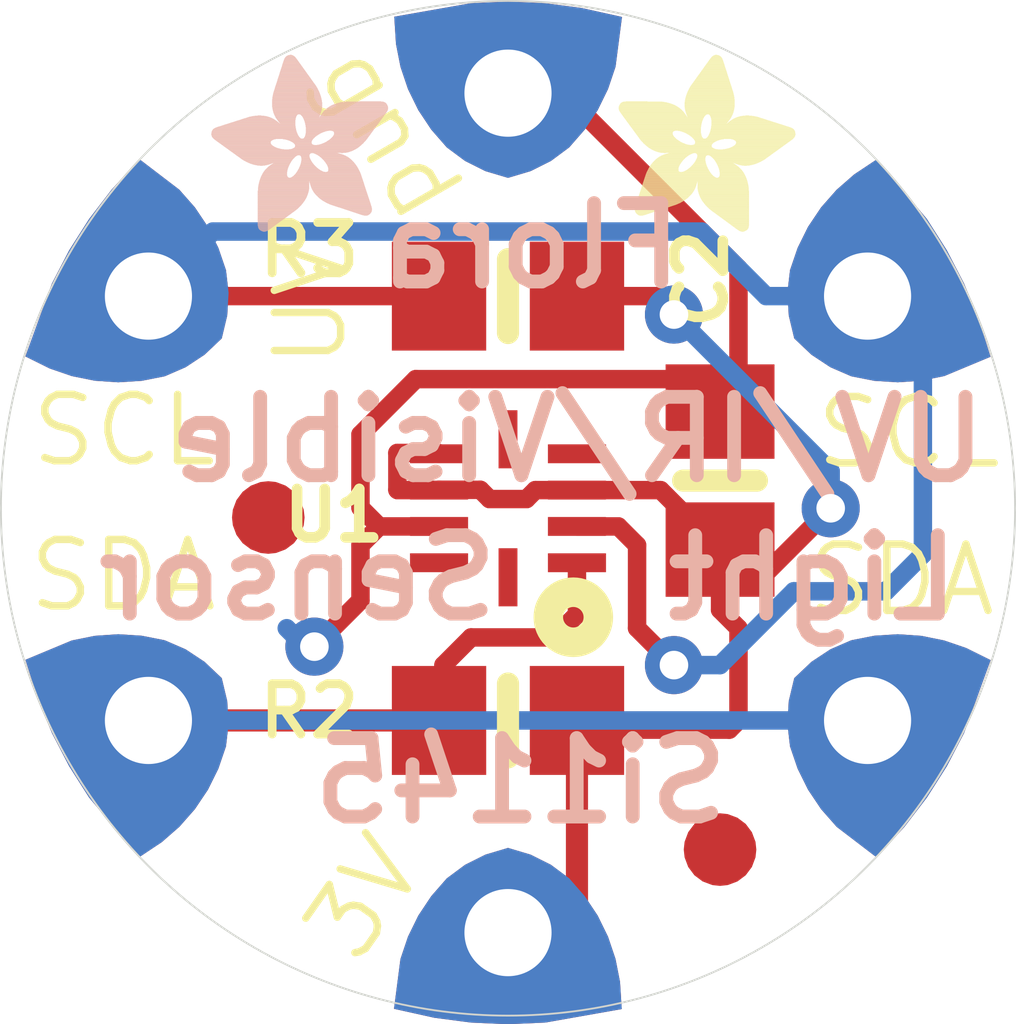
<source format=kicad_pcb>
(kicad_pcb (version 20211014) (generator pcbnew)
  (layers (0 "F.Cu" signal) (31 "B.Cu" signal) (34 "B.Paste" user) (35 "F.Paste" user) (36 "B.SilkS" user "B.Silkscreen") (37 "F.SilkS" user "F.Silkscreen") (38 "B.Mask" user) (39 "F.Mask" user) (44 "Edge.Cuts" user))
  (net 0 "")
  (net 1 "GND")
  (net 2 "3.3V")
  (net 3 "SDA")
  (net 4 "SCL")
  (footprint "boardEagle:SEWINGTAP_0.5" (layer "F.Cu") (at 148.5011 110.8456 180)
    (fp_text reference "VCC0" hide)
    (fp_text value "SEWTAP0.5IN" hide)
    (fp_poly (pts (xy 0.510656 -1.238743) (xy 1.017424 -1.172026) (xy 1.570433 -1.049427) (xy 1.481621 -0.363766) (xy 1.377917 -0.056151) (xy 1.23587 0.233416) (xy 1.057243 0.501965) (xy 0.843327 0.746924) (xy 0.591455 0.933744) (xy 0.312122 1.07341) (xy 0 1.16625) (xy -0.312122 1.07341) (xy -0.591455 0.933744) (xy -0.843327 0.746924) (xy -1.057243 0.501967) (xy -1.235871 0.233417) (xy -1.377917 -0.056152) (xy -1.480952 -0.361783) (xy -1.543214 -0.678249) (xy -1.566969 -1.052671) (xy -0.512044 -1.238682) (xy 0 -1.261038)) (layer "F.Cu") (width 0) (fill solid))
    (fp_poly (pts (xy 0.510656 -1.238743) (xy 1.017424 -1.172026) (xy 1.570433 -1.049427) (xy 1.481621 -0.363766) (xy 1.377917 -0.056151) (xy 1.23587 0.233416) (xy 1.057243 0.501965) (xy 0.843327 0.746924) (xy 0.591455 0.933744) (xy 0.312122 1.07341) (xy 0 1.16625) (xy -0.312122 1.07341) (xy -0.591455 0.933744) (xy -0.843327 0.746924) (xy -1.057243 0.501967) (xy -1.235871 0.233417) (xy -1.377917 -0.056152) (xy -1.480952 -0.361783) (xy -1.543214 -0.678249) (xy -1.566969 -1.052671) (xy -0.512044 -1.238682) (xy 0 -1.261038)) (layer "B.Cu") (width 0) (fill solid))
    (pad "TAP" thru_hole circle (at 0 0 180) (size 2.1844 2.1844) (drill 1.2) (layers *.Cu *.Mask) (net 2 "3.3V"))
  )
  (footprint "boardEagle:ADAFRUIT_2.5MM" (layer "F.Cu") (at 150.0251 101.1936)
    (fp_text reference "U$4" hide)
    (fp_text value "" hide)
  )
  (footprint "boardEagle:SEWINGTAP_0.5" (layer "F.Cu") (at 153.4541 102.0826 -60)
    (fp_text reference "SCL1" hide)
    (fp_text value "SEWTAP0.5IN" hide)
    (fp_poly (pts (xy 0.510656 -1.238743) (xy 1.017424 -1.172026) (xy 1.570433 -1.049427) (xy 1.481621 -0.363766) (xy 1.377917 -0.056151) (xy 1.23587 0.233416) (xy 1.057243 0.501965) (xy 0.843327 0.746924) (xy 0.591455 0.933744) (xy 0.312122 1.07341) (xy 0 1.16625) (xy -0.312122 1.07341) (xy -0.591455 0.933744) (xy -0.843327 0.746924) (xy -1.057243 0.501967) (xy -1.235871 0.233417) (xy -1.377917 -0.056152) (xy -1.480952 -0.361783) (xy -1.543214 -0.678249) (xy -1.566969 -1.052671) (xy -0.512044 -1.238682) (xy 0 -1.261038)) (layer "F.Cu") (width 0) (fill solid))
    (fp_poly (pts (xy 0.510656 -1.238743) (xy 1.017424 -1.172026) (xy 1.570433 -1.049427) (xy 1.481621 -0.363766) (xy 1.377917 -0.056151) (xy 1.23587 0.233416) (xy 1.057243 0.501965) (xy 0.843327 0.746924) (xy 0.591455 0.933744) (xy 0.312122 1.07341) (xy 0 1.16625) (xy -0.312122 1.07341) (xy -0.591455 0.933744) (xy -0.843327 0.746924) (xy -1.057243 0.501967) (xy -1.235871 0.233417) (xy -1.377917 -0.056152) (xy -1.480952 -0.361783) (xy -1.543214 -0.678249) (xy -1.566969 -1.052671) (xy -0.512044 -1.238682) (xy 0 -1.261038)) (layer "B.Cu") (width 0) (fill solid))
    (pad "TAP" thru_hole circle (at 0 0 300) (size 2.1844 2.1844) (drill 1.2) (layers *.Cu *.Mask) (net 4 "SCL"))
  )
  (footprint "boardEagle:SEWINGTAP_0.5" (layer "F.Cu") (at 148.5011 99.2886)
    (fp_text reference "GND0" hide)
    (fp_text value "SEWTAP0.5IN" hide)
    (fp_poly (pts (xy 0.510656 -1.238743) (xy 1.017424 -1.172026) (xy 1.570433 -1.049427) (xy 1.481621 -0.363766) (xy 1.377917 -0.056151) (xy 1.23587 0.233416) (xy 1.057243 0.501965) (xy 0.843327 0.746924) (xy 0.591455 0.933744) (xy 0.312122 1.07341) (xy 0 1.16625) (xy -0.312122 1.07341) (xy -0.591455 0.933744) (xy -0.843327 0.746924) (xy -1.057243 0.501967) (xy -1.235871 0.233417) (xy -1.377917 -0.056152) (xy -1.480952 -0.361783) (xy -1.543214 -0.678249) (xy -1.566969 -1.052671) (xy -0.512044 -1.238682) (xy 0 -1.261038)) (layer "F.Cu") (width 0) (fill solid))
    (fp_poly (pts (xy 0.510656 -1.238743) (xy 1.017424 -1.172026) (xy 1.570433 -1.049427) (xy 1.481621 -0.363766) (xy 1.377917 -0.056151) (xy 1.23587 0.233416) (xy 1.057243 0.501965) (xy 0.843327 0.746924) (xy 0.591455 0.933744) (xy 0.312122 1.07341) (xy 0 1.16625) (xy -0.312122 1.07341) (xy -0.591455 0.933744) (xy -0.843327 0.746924) (xy -1.057243 0.501967) (xy -1.235871 0.233417) (xy -1.377917 -0.056152) (xy -1.480952 -0.361783) (xy -1.543214 -0.678249) (xy -1.566969 -1.052671) (xy -0.512044 -1.238682) (xy 0 -1.261038)) (layer "B.Cu") (width 0) (fill solid))
    (pad "TAP" thru_hole circle (at 0 0) (size 2.1844 2.1844) (drill 1.2) (layers *.Cu *.Mask) (net 1 "GND"))
  )
  (footprint "boardEagle:SEWINGTAP_0.5" (layer "F.Cu") (at 143.5481 102.0826 60)
    (fp_text reference "SCL2" hide)
    (fp_text value "SEWTAP0.5IN" hide)
    (fp_poly (pts (xy 0.510656 -1.238743) (xy 1.017424 -1.172026) (xy 1.570433 -1.049427) (xy 1.481621 -0.363766) (xy 1.377917 -0.056151) (xy 1.23587 0.233416) (xy 1.057243 0.501965) (xy 0.843327 0.746924) (xy 0.591455 0.933744) (xy 0.312122 1.07341) (xy 0 1.16625) (xy -0.312122 1.07341) (xy -0.591455 0.933744) (xy -0.843327 0.746924) (xy -1.057243 0.501967) (xy -1.235871 0.233417) (xy -1.377917 -0.056152) (xy -1.480952 -0.361783) (xy -1.543214 -0.678249) (xy -1.566969 -1.052671) (xy -0.512044 -1.238682) (xy 0 -1.261038)) (layer "F.Cu") (width 0) (fill solid))
    (fp_poly (pts (xy 0.510656 -1.238743) (xy 1.017424 -1.172026) (xy 1.570433 -1.049427) (xy 1.481621 -0.363766) (xy 1.377917 -0.056151) (xy 1.23587 0.233416) (xy 1.057243 0.501965) (xy 0.843327 0.746924) (xy 0.591455 0.933744) (xy 0.312122 1.07341) (xy 0 1.16625) (xy -0.312122 1.07341) (xy -0.591455 0.933744) (xy -0.843327 0.746924) (xy -1.057243 0.501967) (xy -1.235871 0.233417) (xy -1.377917 -0.056152) (xy -1.480952 -0.361783) (xy -1.543214 -0.678249) (xy -1.566969 -1.052671) (xy -0.512044 -1.238682) (xy 0 -1.261038)) (layer "B.Cu") (width 0) (fill solid))
    (pad "TAP" thru_hole circle (at 0 0 60) (size 2.1844 2.1844) (drill 1.2) (layers *.Cu *.Mask) (net 4 "SCL"))
  )
  (footprint "boardEagle:SEWINGTAP_0.5" (layer "F.Cu") (at 153.4541 107.9246 -120)
    (fp_text reference "SDA1" hide)
    (fp_text value "SEWTAP0.5IN" hide)
    (fp_poly (pts (xy 0.510656 -1.238743) (xy 1.017424 -1.172026) (xy 1.570433 -1.049427) (xy 1.481621 -0.363766) (xy 1.377917 -0.056151) (xy 1.23587 0.233416) (xy 1.057243 0.501965) (xy 0.843327 0.746924) (xy 0.591455 0.933744) (xy 0.312122 1.07341) (xy 0 1.16625) (xy -0.312122 1.07341) (xy -0.591455 0.933744) (xy -0.843327 0.746924) (xy -1.057243 0.501967) (xy -1.235871 0.233417) (xy -1.377917 -0.056152) (xy -1.480952 -0.361783) (xy -1.543214 -0.678249) (xy -1.566969 -1.052671) (xy -0.512044 -1.238682) (xy 0 -1.261038)) (layer "F.Cu") (width 0) (fill solid))
    (fp_poly (pts (xy 0.510656 -1.238743) (xy 1.017424 -1.172026) (xy 1.570433 -1.049427) (xy 1.481621 -0.363766) (xy 1.377917 -0.056151) (xy 1.23587 0.233416) (xy 1.057243 0.501965) (xy 0.843327 0.746924) (xy 0.591455 0.933744) (xy 0.312122 1.07341) (xy 0 1.16625) (xy -0.312122 1.07341) (xy -0.591455 0.933744) (xy -0.843327 0.746924) (xy -1.057243 0.501967) (xy -1.235871 0.233417) (xy -1.377917 -0.056152) (xy -1.480952 -0.361783) (xy -1.543214 -0.678249) (xy -1.566969 -1.052671) (xy -0.512044 -1.238682) (xy 0 -1.261038)) (layer "B.Cu") (width 0) (fill solid))
    (pad "TAP" thru_hole circle (at 0 0 240) (size 2.1844 2.1844) (drill 1.2) (layers *.Cu *.Mask) (net 3 "SDA"))
  )
  (footprint "boardEagle:0805-NO" (layer "F.Cu") (at 148.5011 107.9246)
    (fp_text reference "R2" (at -3.4925 -0.127) (layer "F.SilkS") (effects (font (size 0.692831 0.692831) (thickness 0.119969)) (justify left)))
    (fp_text value "10K")
    (pad "1" smd rect (at -0.95 0) (size 1.3 1.5) (layers "F.Cu" "F.Paste" "F.Mask") (net 3 "SDA"))
    (pad "2" smd rect (at 0.95 0) (size 1.3 1.5) (layers "F.Cu" "F.Paste" "F.Mask") (net 2 "3.3V"))
  )
  (footprint "boardEagle:FIDUCIAL_1MM" (layer "F.Cu") (at 145.1991 105.1306)
    (fp_text reference "FID1" hide)
    (fp_text value "FIDUCIAL\"\"" hide)
    (pad "1" smd roundrect (at 0 0) (size 1 1) (layers "F.Cu" "F.Mask") (roundrect_rratio 0.5))
  )
  (footprint "boardEagle:SI114X" (layer "F.Cu") (at 148.5011 105.0036 180)
    (fp_text reference "U1" (at 1.635 0.29 180) (layer "F.SilkS") (effects (font (size 0.666496 0.666496) (thickness 0.146304)) (justify right top)))
    (fp_text value "SI1145")
    (pad "1" smd rect (at -0.95 -0.75 270) (size 0.26 0.8) (layers "F.Cu" "F.Paste") (net 3 "SDA"))
    (pad "2" smd rect (at -0.95 -0.25 270) (size 0.26 0.8) (layers "F.Cu" "F.Paste") (net 4 "SCL"))
    (pad "3" smd rect (at -0.95 0.25 270) (size 0.26 0.8) (layers "F.Cu" "F.Paste") (net 2 "3.3V"))
    (pad "4" smd rect (at -0.95 0.75 270) (size 0.26 0.8) (layers "F.Cu" "F.Paste"))
    (pad "5" smd rect (at 0 0.95) (size 0.26 0.8) (layers "F.Cu" "F.Paste"))
    (pad "6" smd rect (at 0.95 0.75 90) (size 0.26 0.8) (layers "F.Cu" "F.Paste") (net 2 "3.3V"))
    (pad "7" smd rect (at 0.95 0.25 90) (size 0.26 0.8) (layers "F.Cu" "F.Paste") (net 2 "3.3V"))
    (pad "8" smd rect (at 0.95 -0.25 90) (size 0.26 0.8) (layers "F.Cu" "F.Paste") (net 1 "GND"))
    (pad "9" smd rect (at 0.95 -0.75 90) (size 0.26 0.8) (layers "F.Cu" "F.Paste"))
    (pad "10" smd rect (at 0 -0.95) (size 0.26 0.8) (layers "F.Cu" "F.Paste"))
  )
  (footprint "boardEagle:0805-NO" (layer "F.Cu") (at 151.4221 104.6226 90)
    (fp_text reference "C2" (at 2.032 0.127 90) (layer "F.SilkS") (effects (font (size 0.666496 0.666496) (thickness 0.146304)) (justify left bottom)))
    (fp_text value "10uF")
    (pad "1" smd rect (at -0.95 0 90) (size 1.3 1.5) (layers "F.Cu" "F.Paste" "F.Mask") (net 2 "3.3V"))
    (pad "2" smd rect (at 0.95 0 90) (size 1.3 1.5) (layers "F.Cu" "F.Paste" "F.Mask") (net 1 "GND"))
  )
  (footprint "boardEagle:0805-NO" (layer "F.Cu") (at 148.5011 102.0826)
    (fp_text reference "R3" (at -3.4925 -0.635) (layer "F.SilkS") (effects (font (size 0.692831 0.692831) (thickness 0.119969)) (justify left)))
    (fp_text value "10K")
    (pad "1" smd rect (at -0.95 0) (size 1.3 1.5) (layers "F.Cu" "F.Paste" "F.Mask") (net 4 "SCL"))
    (pad "2" smd rect (at 0.95 0) (size 1.3 1.5) (layers "F.Cu" "F.Paste" "F.Mask") (net 2 "3.3V"))
  )
  (footprint "boardEagle:SEWINGTAP_0.5" (layer "F.Cu") (at 143.5481 107.9246 120)
    (fp_text reference "SDA2" hide)
    (fp_text value "SEWTAP0.5IN" hide)
    (fp_poly (pts (xy 0.510656 -1.238743) (xy 1.017424 -1.172026) (xy 1.570433 -1.049427) (xy 1.481621 -0.363766) (xy 1.377917 -0.056151) (xy 1.23587 0.233416) (xy 1.057243 0.501965) (xy 0.843327 0.746924) (xy 0.591455 0.933744) (xy 0.312122 1.07341) (xy 0 1.16625) (xy -0.312122 1.07341) (xy -0.591455 0.933744) (xy -0.843327 0.746924) (xy -1.057243 0.501967) (xy -1.235871 0.233417) (xy -1.377917 -0.056152) (xy -1.480952 -0.361783) (xy -1.543214 -0.678249) (xy -1.566969 -1.052671) (xy -0.512044 -1.238682) (xy 0 -1.261038)) (layer "F.Cu") (width 0) (fill solid))
    (fp_poly (pts (xy 0.510656 -1.238743) (xy 1.017424 -1.172026) (xy 1.570433 -1.049427) (xy 1.481621 -0.363766) (xy 1.377917 -0.056151) (xy 1.23587 0.233416) (xy 1.057243 0.501965) (xy 0.843327 0.746924) (xy 0.591455 0.933744) (xy 0.312122 1.07341) (xy 0 1.16625) (xy -0.312122 1.07341) (xy -0.591455 0.933744) (xy -0.843327 0.746924) (xy -1.057243 0.501967) (xy -1.235871 0.233417) (xy -1.377917 -0.056152) (xy -1.480952 -0.361783) (xy -1.543214 -0.678249) (xy -1.566969 -1.052671) (xy -0.512044 -1.238682) (xy 0 -1.261038)) (layer "B.Cu") (width 0) (fill solid))
    (pad "TAP" thru_hole circle (at 0 0 120) (size 2.1844 2.1844) (drill 1.2) (layers *.Cu *.Mask) (net 3 "SDA"))
  )
  (footprint "boardEagle:FIDUCIAL_1MM" (layer "F.Cu") (at 151.4221 109.7026)
    (fp_text reference "FID2" hide)
    (fp_text value "FIDUCIAL\"\"" hide)
    (pad "1" smd roundrect (at 0 0) (size 1 1) (layers "F.Cu" "F.Mask") (roundrect_rratio 0.5))
  )
  (footprint "boardEagle:ADAFRUIT_2.5MM" (layer "B.Cu") (at 146.8501 101.1936 180)
    (fp_text reference "U$3" hide)
    (fp_text value "" hide)
  )
  (gr_circle (center 148.5011 105.0036) (end 155.4861 105.0036) (layer "Edge.Cuts") (width 0.0254) (fill none))
  (gr_text "Light" (at 154.8041 106.5956) (layer "B.SilkS") (effects (font (size 1.0795 1.0795) (thickness 0.1905)) (justify left bottom mirror)))
  (gr_text "UV/IR/Visible" (at 155.1851 104.6906) (layer "B.SilkS") (effects (font (size 1.0795 1.0795) (thickness 0.1905)) (justify left bottom mirror)))
  (gr_text "Si1145" (at 151.6291 109.3896) (layer "B.SilkS") (effects (font (size 1.0795 1.0795) (thickness 0.1905)) (justify left bottom mirror)))
  (gr_text "Sensor" (at 148.4541 106.5956) (layer "B.SilkS") (effects (font (size 1.0795 1.0795) (thickness 0.1905)) (justify left bottom mirror)))
  (gr_text "Flora" (at 150.9941 102.0236) (layer "B.SilkS") (effects (font (size 1.0795 1.0795) (thickness 0.1905)) (justify left bottom mirror)))
  (gr_text "3V" (at 146.5961 109.3216 55) (layer "F.SilkS") (effects (font (size 0.9144 0.9144) (thickness 0.1016)) (justify right top)))
  (gr_text "SDA" (at 141.846057 106.4641) (layer "F.SilkS") (effects (font (size 0.9144 0.9144) (thickness 0.1016)) (justify left bottom)))
  (gr_text "gnd" (at 147.9931 100.6856 300) (layer "F.SilkS") (effects (font (size 0.9144 0.9144) (thickness 0.1016)) (justify right top)))
  (gr_text "SDA" (at 152.5651 106.5276) (layer "F.SilkS") (effects (font (size 0.9144 0.9144) (thickness 0.1016)) (justify left bottom)))
  (gr_text "SCL" (at 141.880088 104.466132) (layer "F.SilkS") (effects (font (size 0.9144 0.9144) (thickness 0.1016)) (justify left bottom)))
  (gr_text "SCL" (at 152.6921 104.4956) (layer "F.SilkS") (effects (font (size 0.9144 0.9144) (thickness 0.1016)) (justify left bottom)))
  (gr_text "UV" (at 146.312632 103.115613 90) (layer "F.SilkS") (effects (font (size 0.9144 0.9144) (thickness 0.1016)) (justify left bottom)))
  (segment (start 147.2311 103.2256) (end 146.4691 103.9876) (width 0.254) (layer "F.Cu") (net 1))
  (segment (start 150.9751 103.2256) (end 147.2311 103.2256) (width 0.254) (layer "F.Cu") (net 1))
  (segment (start 149.2631 99.2886) (end 151.6761 101.7016) (width 0.254) (layer "F.Cu") (net 1))
  (segment (start 146.4691 105.5116) (end 146.4691 106.2736) (width 0.254) (layer "F.Cu") (net 1))
  (segment (start 148.5011 99.2886) (end 149.2631 99.2886) (width 0.254) (layer "F.Cu") (net 1))
  (segment (start 151.4221 103.6726) (end 150.9751 103.2256) (width 0.254) (layer "F.Cu") (net 1))
  (segment (start 151.6761 101.7016) (end 151.6761 103.4186) (width 0.254) (layer "F.Cu") (net 1))
  (segment (start 146.7271 105.2536) (end 146.4691 105.5116) (width 0.254) (layer "F.Cu") (net 1))
  (segment (start 146.4691 106.2736) (end 145.8341 106.9086) (width 0.254) (layer "F.Cu") (net 1))
  (segment (start 146.4691 103.9876) (end 146.4691 104.9956) (width 0.254) (layer "F.Cu") (net 1))
  (segment (start 146.4691 104.9956) (end 146.7271 105.2536) (width 0.254) (layer "F.Cu") (net 1))
  (segment (start 151.6761 103.4186) (end 151.4221 103.6726) (width 0.254) (layer "F.Cu") (net 1))
  (segment (start 147.5511 105.2536) (end 146.7271 105.2536) (width 0.254) (layer "F.Cu") (net 1))
  (via (at 145.8341 106.9086) (size 0.8001) (drill 0.3937) (layers "F.Cu" "B.Cu") (net 1))
  (segment (start 145.7071 106.9086) (end 145.4531 106.6546) (width 0.254) (layer "B.Cu") (net 1))
  (segment (start 145.8341 106.9086) (end 145.7071 106.9086) (width 0.254) (layer "B.Cu") (net 1))
  (segment (start 149.4511 107.9246) (end 149.4511 110.8456) (width 0.3048) (layer "F.Cu") (net 2))
  (segment (start 149.4511 104.7536) (end 150.6031 104.7536) (width 0.254) (layer "F.Cu") (net 2))
  (segment (start 151.6761 107.9246) (end 151.6761 106.6546) (width 0.254) (layer "F.Cu") (net 2))
  (segment (start 151.5491 108.0516) (end 151.6761 107.9246) (width 0.254) (layer "F.Cu") (net 2))
  (segment (start 146.9771 104.2416) (end 147.5391 104.2416) (width 0.254) (layer "F.Cu") (net 2))
  (segment (start 147.5511 104.7536) (end 146.9811 104.7536) (width 0.254) (layer "F.Cu") (net 2))
  (segment (start 147.5391 104.2416) (end 147.5511 104.2536) (width 0.254) (layer "F.Cu") (net 2))
  (segment (start 150.6031 104.7536) (end 151.4221 105.5726) (width 0.254) (layer "F.Cu") (net 2))
  (segment (start 146.9811 104.7536) (end 146.9771 104.7496) (width 0.254) (layer "F.Cu") (net 2))
  (segment (start 148.8781 104.7536) (end 148.7551 104.8766) (width 0.254) (layer "F.Cu") (net 2))
  (segment (start 149.4511 107.9246) (end 149.4511 107.7976) (width 0.3048) (layer "F.Cu") (net 2))
  (segment (start 149.4511 107.7976) (end 149.7051 108.0516) (width 0.254) (layer "F.Cu") (net 2))
  (segment (start 146.9771 104.7496) (end 146.9771 104.2416) (width 0.254) (layer "F.Cu") (net 2))
  (segment (start 149.4511 104.7536) (end 148.8781 104.7536) (width 0.254) (layer "F.Cu") (net 2))
  (segment (start 149.4511 102.0826) (end 150.5331 102.0826) (width 0.254) (layer "F.Cu") (net 2))
  (segment (start 148.7551 104.8766) (end 148.2471 104.8766) (width 0.254) (layer "F.Cu") (net 2))
  (segment (start 149.4511 110.8456) (end 148.5011 110.8456) (width 0.3048) (layer "F.Cu") (net 2))
  (segment (start 148.2471 104.8766) (end 148.1201 104.7496) (width 0.254) (layer "F.Cu") (net 2))
  (segment (start 151.9961 105.9536) (end 151.4221 105.5726) (width 0.254) (layer "F.Cu") (net 2))
  (segment (start 152.9461 105.0036) (end 151.9961 105.9536) (width 0.254) (layer "F.Cu") (net 2))
  (segment (start 151.6761 106.6546) (end 151.4221 106.4006) (width 0.254) (layer "F.Cu") (net 2))
  (segment (start 149.7051 108.0516) (end 151.5491 108.0516) (width 0.254) (layer "F.Cu") (net 2))
  (segment (start 150.5331 102.0826) (end 150.7871 102.3366) (width 0.254) (layer "F.Cu") (net 2))
  (segment (start 151.4221 106.4006) (end 151.4221 105.5726) (width 0.254) (layer "F.Cu") (net 2))
  (segment (start 148.1201 104.7496) (end 147.5551 104.7496) (width 0.254) (layer "F.Cu") (net 2))
  (segment (start 147.5551 104.7496) (end 147.5511 104.7536) (width 0.254) (layer "F.Cu") (net 2))
  (via (at 152.9461 105.0036) (size 0.8001) (drill 0.3937) (layers "F.Cu" "B.Cu") (net 2))
  (via (at 150.7871 102.3366) (size 0.8001) (drill 0.3937) (layers "F.Cu" "B.Cu") (net 2))
  (segment (start 150.7871 102.3366) (end 152.9461 104.4956) (width 0.254) (layer "B.Cu") (net 2))
  (segment (start 152.9461 104.4956) (end 152.9461 105.0036) (width 0.254) (layer "B.Cu") (net 2))
  (segment (start 143.5481 107.9246) (end 147.5511 107.9246) (width 0.3048) (layer "F.Cu") (net 3))
  (segment (start 147.6121 107.8636) (end 147.5511 107.9246) (width 0.254) (layer "F.Cu") (net 3))
  (segment (start 147.9931 106.7816) (end 147.6121 107.1626) (width 0.254) (layer "F.Cu") (net 3))
  (segment (start 147.6121 107.1626) (end 147.6121 107.8636) (width 0.254) (layer "F.Cu") (net 3))
  (segment (start 149.1361 106.7816) (end 147.9931 106.7816) (width 0.254) (layer "F.Cu") (net 3))
  (segment (start 149.4511 106.4666) (end 149.1361 106.7816) (width 0.254) (layer "F.Cu") (net 3))
  (segment (start 149.4511 105.7536) (end 149.4511 106.4666) (width 0.254) (layer "F.Cu") (net 3))
  (segment (start 143.5481 107.9246) (end 153.4541 107.9246) (width 0.254) (layer "B.Cu") (net 3))
  (segment (start 150.2791 106.6546) (end 150.7871 107.1626) (width 0.254) (layer "F.Cu") (net 4))
  (segment (start 143.5481 102.0826) (end 147.5511 102.0826) (width 0.254) (layer "F.Cu") (net 4))
  (segment (start 150.2791 105.5116) (end 150.2791 106.6546) (width 0.254) (layer "F.Cu") (net 4))
  (segment (start 149.4511 105.2536) (end 150.0211 105.2536) (width 0.254) (layer "F.Cu") (net 4))
  (segment (start 150.0211 105.2536) (end 150.2791 105.5116) (width 0.254) (layer "F.Cu") (net 4))
  (via (at 150.7871 107.1626) (size 0.8001) (drill 0.3937) (layers "F.Cu" "B.Cu") (net 4))
  (segment (start 144.4371 101.1936) (end 151.1681 101.1936) (width 0.254) (layer "B.Cu") (net 4))
  (segment (start 152.4381 106.1466) (end 153.7081 106.1466) (width 0.254) (layer "B.Cu") (net 4))
  (segment (start 151.1681 101.1936) (end 152.0571 102.0826) (width 0.254) (layer "B.Cu") (net 4))
  (segment (start 150.7871 107.1626) (end 151.4221 107.1626) (width 0.254) (layer "B.Cu") (net 4))
  (segment (start 153.7081 106.1466) (end 154.2161 105.6386) (width 0.254) (layer "B.Cu") (net 4))
  (segment (start 143.5481 102.0826) (end 144.4371 101.1936) (width 0.254) (layer "B.Cu") (net 4))
  (segment (start 154.2161 105.6386) (end 154.2161 102.8446) (width 0.254) (layer "B.Cu") (net 4))
  (segment (start 154.2161 102.8446) (end 153.4541 102.0826) (width 0.254) (layer "B.Cu") (net 4))
  (segment (start 151.4221 107.1626) (end 152.4381 106.1466) (width 0.254) (layer "B.Cu") (net 4))
  (segment (start 152.0571 102.0826) (end 153.4541 102.0826) (width 0.254) (layer "B.Cu") (net 4))
)
</source>
